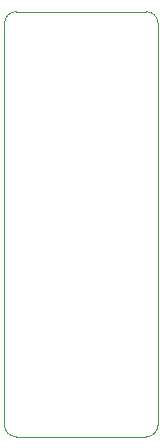
<source format=gbr>
%TF.GenerationSoftware,KiCad,Pcbnew,8.0.7*%
%TF.CreationDate,2025-01-22T04:17:01+01:00*%
%TF.ProjectId,beacon,62656163-6f6e-42e6-9b69-6361645f7063,rev?*%
%TF.SameCoordinates,Original*%
%TF.FileFunction,Profile,NP*%
%FSLAX46Y46*%
G04 Gerber Fmt 4.6, Leading zero omitted, Abs format (unit mm)*
G04 Created by KiCad (PCBNEW 8.0.7) date 2025-01-22 04:17:01*
%MOMM*%
%LPD*%
G01*
G04 APERTURE LIST*
%TA.AperFunction,Profile*%
%ADD10C,0.100000*%
%TD*%
G04 APERTURE END LIST*
D10*
X14000000Y26000000D02*
X14000000Y-8000000D01*
X14000000Y-8000000D02*
G75*
G02*
X13000000Y-9000000I-1000000J0D01*
G01*
X2000000Y27000000D02*
X13000000Y27000000D01*
X2000000Y-9000000D02*
G75*
G02*
X1000000Y-8000000I0J1000000D01*
G01*
X13000000Y27000000D02*
G75*
G02*
X14000000Y26000000I0J-1000000D01*
G01*
X1000000Y-8000000D02*
X1000000Y26000000D01*
X13000000Y-9000000D02*
X2000000Y-9000000D01*
X1000000Y26000000D02*
G75*
G02*
X2000000Y27000000I1000000J0D01*
G01*
M02*

</source>
